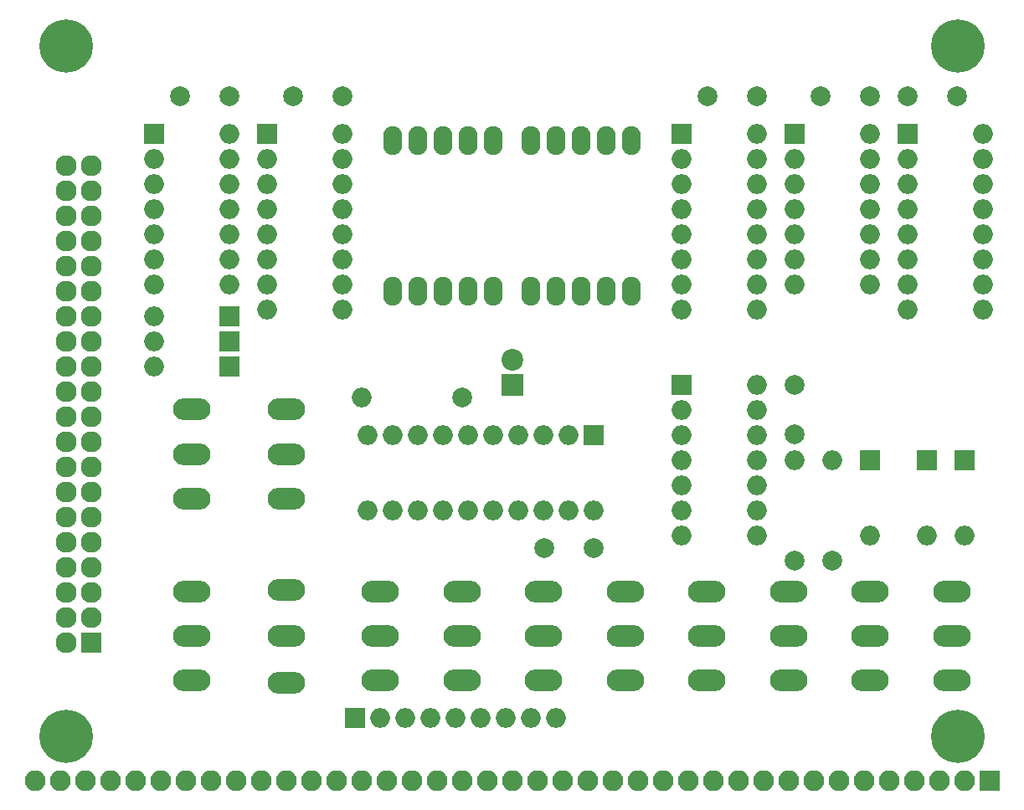
<source format=gts>
G04 #@! TF.FileFunction,Soldermask,Top*
%FSLAX46Y46*%
G04 Gerber Fmt 4.6, Leading zero omitted, Abs format (unit mm)*
G04 Created by KiCad (PCBNEW 4.0.6) date 06/20/17 00:07:22*
%MOMM*%
%LPD*%
G01*
G04 APERTURE LIST*
%ADD10C,0.100000*%
%ADD11O,1.924000X2.924000*%
%ADD12C,2.000000*%
%ADD13R,2.200000X2.200000*%
%ADD14C,2.200000*%
%ADD15R,2.000000X2.000000*%
%ADD16O,2.000000X2.000000*%
%ADD17C,5.400000*%
%ADD18O,3.800000X2.200000*%
%ADD19R,2.100000X2.100000*%
%ADD20O,2.100000X2.100000*%
%ADD21R,2.127200X2.127200*%
%ADD22O,2.127200X2.127200*%
G04 APERTURE END LIST*
D10*
D11*
X137795000Y-96520000D03*
X140335000Y-96520000D03*
X142875000Y-96520000D03*
X145415000Y-96520000D03*
X147955000Y-96520000D03*
X147955000Y-81280000D03*
X145415000Y-81280000D03*
X142875000Y-81280000D03*
X140335000Y-81280000D03*
X137795000Y-81280000D03*
X151765000Y-96520000D03*
X154305000Y-96520000D03*
X156845000Y-96520000D03*
X159385000Y-96520000D03*
X161925000Y-96520000D03*
X161925000Y-81280000D03*
X159385000Y-81280000D03*
X156845000Y-81280000D03*
X154305000Y-81280000D03*
X151765000Y-81280000D03*
D12*
X121285000Y-76835000D03*
X116285000Y-76835000D03*
X189865000Y-76835000D03*
X194865000Y-76835000D03*
X178435000Y-106045000D03*
X178435000Y-111045000D03*
X186055000Y-76835000D03*
X181055000Y-76835000D03*
X132715000Y-76835000D03*
X127715000Y-76835000D03*
X158115000Y-122555000D03*
X153115000Y-122555000D03*
X174625000Y-76835000D03*
X169625000Y-76835000D03*
D13*
X149860000Y-106045000D03*
D14*
X149860000Y-103505000D03*
D15*
X191770000Y-113665000D03*
D16*
X191770000Y-121285000D03*
D15*
X186055000Y-113665000D03*
D16*
X186055000Y-121285000D03*
D15*
X121285000Y-101600000D03*
D16*
X113665000Y-101600000D03*
D15*
X121285000Y-99060000D03*
D16*
X113665000Y-99060000D03*
D15*
X121285000Y-104140000D03*
D16*
X113665000Y-104140000D03*
D15*
X195580000Y-113665000D03*
D16*
X195580000Y-121285000D03*
D17*
X104775000Y-141605000D03*
X194945000Y-141605000D03*
D12*
X144780000Y-107315000D03*
D16*
X134620000Y-107315000D03*
D12*
X178435000Y-123825000D03*
D16*
X178435000Y-113665000D03*
D12*
X182245000Y-123825000D03*
D16*
X182245000Y-113665000D03*
D18*
X127000000Y-108530000D03*
X127000000Y-113030000D03*
X127000000Y-117530000D03*
X127000000Y-126745000D03*
X127000000Y-131445000D03*
X127000000Y-136145000D03*
X117475000Y-126945000D03*
X117475000Y-131445000D03*
X117475000Y-135945000D03*
X117475000Y-108530000D03*
X117475000Y-113030000D03*
X117475000Y-117530000D03*
X194310000Y-126945000D03*
X194310000Y-131445000D03*
X194310000Y-135945000D03*
X186055000Y-126945000D03*
X186055000Y-131445000D03*
X186055000Y-135945000D03*
X177800000Y-126945000D03*
X177800000Y-131445000D03*
X177800000Y-135945000D03*
X169545000Y-126945000D03*
X169545000Y-131445000D03*
X169545000Y-135945000D03*
X161290000Y-126945000D03*
X161290000Y-131445000D03*
X161290000Y-135945000D03*
X153035000Y-126945000D03*
X153035000Y-131445000D03*
X153035000Y-135945000D03*
X144780000Y-126945000D03*
X144780000Y-131445000D03*
X144780000Y-135945000D03*
X136525000Y-126945000D03*
X136525000Y-131445000D03*
X136525000Y-135945000D03*
D15*
X178435000Y-80645000D03*
D16*
X186055000Y-95885000D03*
X178435000Y-83185000D03*
X186055000Y-93345000D03*
X178435000Y-85725000D03*
X186055000Y-90805000D03*
X178435000Y-88265000D03*
X186055000Y-88265000D03*
X178435000Y-90805000D03*
X186055000Y-85725000D03*
X178435000Y-93345000D03*
X186055000Y-83185000D03*
X178435000Y-95885000D03*
X186055000Y-80645000D03*
D15*
X125095000Y-80645000D03*
D16*
X132715000Y-98425000D03*
X125095000Y-83185000D03*
X132715000Y-95885000D03*
X125095000Y-85725000D03*
X132715000Y-93345000D03*
X125095000Y-88265000D03*
X132715000Y-90805000D03*
X125095000Y-90805000D03*
X132715000Y-88265000D03*
X125095000Y-93345000D03*
X132715000Y-85725000D03*
X125095000Y-95885000D03*
X132715000Y-83185000D03*
X125095000Y-98425000D03*
X132715000Y-80645000D03*
D15*
X133985000Y-139700000D03*
D16*
X136525000Y-139700000D03*
X139065000Y-139700000D03*
X141605000Y-139700000D03*
X144145000Y-139700000D03*
X146685000Y-139700000D03*
X149225000Y-139700000D03*
X151765000Y-139700000D03*
X154305000Y-139700000D03*
D17*
X194945000Y-71755000D03*
X104775000Y-71755000D03*
D19*
X198120000Y-146050000D03*
D20*
X195580000Y-146050000D03*
X193040000Y-146050000D03*
X190500000Y-146050000D03*
X187960000Y-146050000D03*
X185420000Y-146050000D03*
X182880000Y-146050000D03*
X180340000Y-146050000D03*
X177800000Y-146050000D03*
X175260000Y-146050000D03*
X172720000Y-146050000D03*
X170180000Y-146050000D03*
X167640000Y-146050000D03*
X165100000Y-146050000D03*
X162560000Y-146050000D03*
X160020000Y-146050000D03*
X157480000Y-146050000D03*
X154940000Y-146050000D03*
X152400000Y-146050000D03*
X149860000Y-146050000D03*
X147320000Y-146050000D03*
X144780000Y-146050000D03*
X142240000Y-146050000D03*
X139700000Y-146050000D03*
X137160000Y-146050000D03*
X134620000Y-146050000D03*
X132080000Y-146050000D03*
X129540000Y-146050000D03*
X127000000Y-146050000D03*
X124460000Y-146050000D03*
X121920000Y-146050000D03*
X119380000Y-146050000D03*
X116840000Y-146050000D03*
X114300000Y-146050000D03*
X111760000Y-146050000D03*
X109220000Y-146050000D03*
X106680000Y-146050000D03*
X104140000Y-146050000D03*
X101600000Y-146050000D03*
D21*
X107315000Y-132080000D03*
D22*
X104775000Y-132080000D03*
X107315000Y-129540000D03*
X104775000Y-129540000D03*
X107315000Y-127000000D03*
X104775000Y-127000000D03*
X107315000Y-124460000D03*
X104775000Y-124460000D03*
X107315000Y-121920000D03*
X104775000Y-121920000D03*
X107315000Y-119380000D03*
X104775000Y-119380000D03*
X107315000Y-116840000D03*
X104775000Y-116840000D03*
X107315000Y-114300000D03*
X104775000Y-114300000D03*
X107315000Y-111760000D03*
X104775000Y-111760000D03*
X107315000Y-109220000D03*
X104775000Y-109220000D03*
X107315000Y-106680000D03*
X104775000Y-106680000D03*
X107315000Y-104140000D03*
X104775000Y-104140000D03*
X107315000Y-101600000D03*
X104775000Y-101600000D03*
X107315000Y-99060000D03*
X104775000Y-99060000D03*
X107315000Y-96520000D03*
X104775000Y-96520000D03*
X107315000Y-93980000D03*
X104775000Y-93980000D03*
X107315000Y-91440000D03*
X104775000Y-91440000D03*
X107315000Y-88900000D03*
X104775000Y-88900000D03*
X107315000Y-86360000D03*
X104775000Y-86360000D03*
X107315000Y-83820000D03*
X104775000Y-83820000D03*
D15*
X113665000Y-80645000D03*
D16*
X121285000Y-95885000D03*
X113665000Y-83185000D03*
X121285000Y-93345000D03*
X113665000Y-85725000D03*
X121285000Y-90805000D03*
X113665000Y-88265000D03*
X121285000Y-88265000D03*
X113665000Y-90805000D03*
X121285000Y-85725000D03*
X113665000Y-93345000D03*
X121285000Y-83185000D03*
X113665000Y-95885000D03*
X121285000Y-80645000D03*
D15*
X189865000Y-80645000D03*
D16*
X197485000Y-98425000D03*
X189865000Y-83185000D03*
X197485000Y-95885000D03*
X189865000Y-85725000D03*
X197485000Y-93345000D03*
X189865000Y-88265000D03*
X197485000Y-90805000D03*
X189865000Y-90805000D03*
X197485000Y-88265000D03*
X189865000Y-93345000D03*
X197485000Y-85725000D03*
X189865000Y-95885000D03*
X197485000Y-83185000D03*
X189865000Y-98425000D03*
X197485000Y-80645000D03*
D15*
X167005000Y-106045000D03*
D16*
X174625000Y-121285000D03*
X167005000Y-108585000D03*
X174625000Y-118745000D03*
X167005000Y-111125000D03*
X174625000Y-116205000D03*
X167005000Y-113665000D03*
X174625000Y-113665000D03*
X167005000Y-116205000D03*
X174625000Y-111125000D03*
X167005000Y-118745000D03*
X174625000Y-108585000D03*
X167005000Y-121285000D03*
X174625000Y-106045000D03*
D15*
X158115000Y-111125000D03*
D16*
X135255000Y-118745000D03*
X155575000Y-111125000D03*
X137795000Y-118745000D03*
X153035000Y-111125000D03*
X140335000Y-118745000D03*
X150495000Y-111125000D03*
X142875000Y-118745000D03*
X147955000Y-111125000D03*
X145415000Y-118745000D03*
X145415000Y-111125000D03*
X147955000Y-118745000D03*
X142875000Y-111125000D03*
X150495000Y-118745000D03*
X140335000Y-111125000D03*
X153035000Y-118745000D03*
X137795000Y-111125000D03*
X155575000Y-118745000D03*
X135255000Y-111125000D03*
X158115000Y-118745000D03*
D15*
X167005000Y-80645000D03*
D16*
X174625000Y-98425000D03*
X167005000Y-83185000D03*
X174625000Y-95885000D03*
X167005000Y-85725000D03*
X174625000Y-93345000D03*
X167005000Y-88265000D03*
X174625000Y-90805000D03*
X167005000Y-90805000D03*
X174625000Y-88265000D03*
X167005000Y-93345000D03*
X174625000Y-85725000D03*
X167005000Y-95885000D03*
X174625000Y-83185000D03*
X167005000Y-98425000D03*
X174625000Y-80645000D03*
M02*

</source>
